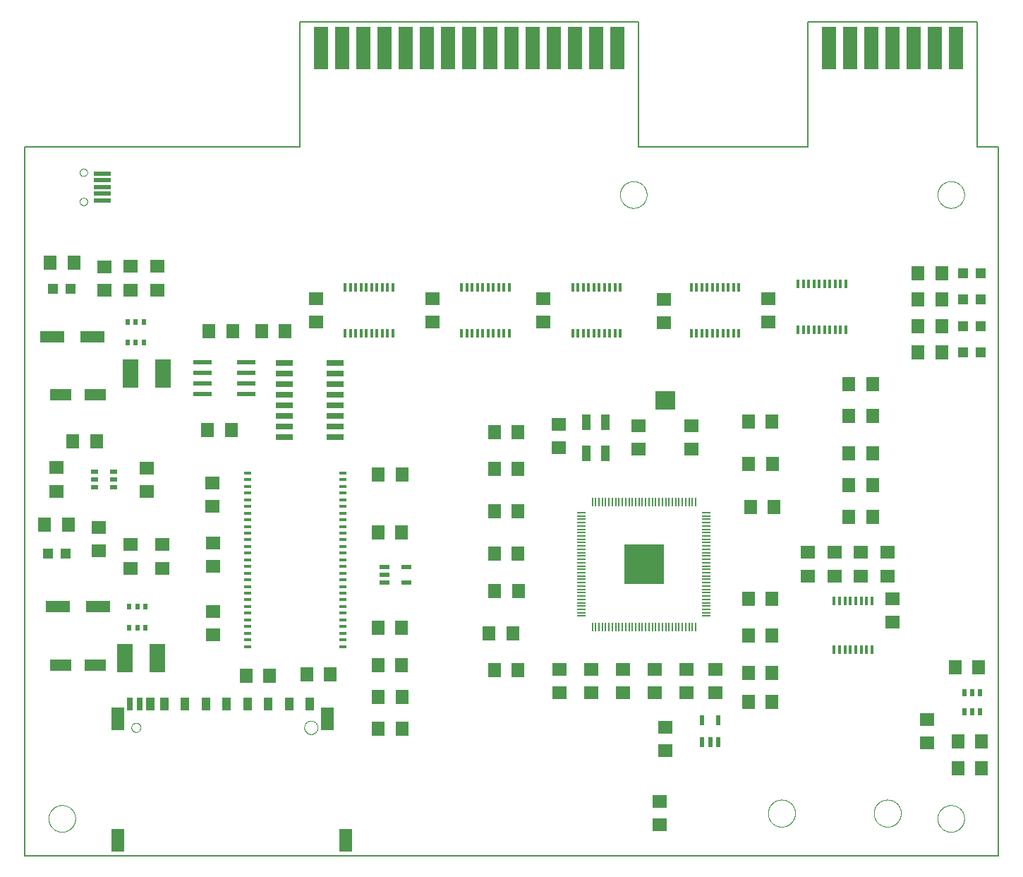
<source format=gtp>
G75*
%MOIN*%
%OFA0B0*%
%FSLAX25Y25*%
%IPPOS*%
%LPD*%
%AMOC8*
5,1,8,0,0,1.08239X$1,22.5*
%
%ADD10C,0.00500*%
%ADD11R,0.01575X0.03937*%
%ADD12R,0.07000X0.20000*%
%ADD13R,0.07087X0.06299*%
%ADD14R,0.18898X0.18898*%
%ADD15R,0.03937X0.00709*%
%ADD16R,0.00709X0.03937*%
%ADD17R,0.06299X0.07087*%
%ADD18R,0.06299X0.07098*%
%ADD19R,0.04331X0.07480*%
%ADD20R,0.02165X0.04724*%
%ADD21R,0.07098X0.06299*%
%ADD22R,0.02500X0.05000*%
%ADD23R,0.09600X0.09000*%
%ADD24R,0.02362X0.03150*%
%ADD25R,0.10236X0.05512*%
%ADD26R,0.07480X0.13386*%
%ADD27R,0.11811X0.05512*%
%ADD28R,0.04724X0.04724*%
%ADD29R,0.03543X0.02362*%
%ADD30R,0.03543X0.01575*%
%ADD31R,0.04724X0.02165*%
%ADD32R,0.08000X0.02600*%
%ADD33R,0.08661X0.02362*%
%ADD34R,0.02362X0.03543*%
%ADD35C,0.00000*%
%ADD36R,0.01200X0.03900*%
%ADD37R,0.07874X0.01969*%
%ADD38R,0.02756X0.05906*%
%ADD39R,0.03937X0.05906*%
%ADD40R,0.05906X0.11024*%
D10*
X0005154Y0017914D02*
X0005154Y0352560D01*
X0135154Y0352560D01*
X0135154Y0411615D01*
X0295154Y0411615D01*
X0295154Y0352560D01*
X0375154Y0352560D01*
X0375154Y0411615D01*
X0455154Y0411615D01*
X0455154Y0352560D01*
X0465154Y0352560D01*
X0465154Y0017914D01*
X0005154Y0017914D01*
D11*
X0156402Y0264587D03*
X0158902Y0264587D03*
X0161402Y0264587D03*
X0163902Y0264587D03*
X0166402Y0264587D03*
X0168906Y0264587D03*
X0171406Y0264587D03*
X0173906Y0264587D03*
X0176406Y0264587D03*
X0178906Y0264587D03*
X0178906Y0286241D03*
X0176406Y0286241D03*
X0173906Y0286241D03*
X0171406Y0286241D03*
X0168906Y0286241D03*
X0166402Y0286241D03*
X0163902Y0286241D03*
X0161402Y0286241D03*
X0158902Y0286241D03*
X0156402Y0286241D03*
X0211402Y0286241D03*
X0213902Y0286241D03*
X0216402Y0286241D03*
X0218902Y0286241D03*
X0221402Y0286241D03*
X0223906Y0286241D03*
X0226406Y0286241D03*
X0228906Y0286241D03*
X0231406Y0286241D03*
X0233906Y0286241D03*
X0233906Y0264587D03*
X0231406Y0264587D03*
X0228906Y0264587D03*
X0226406Y0264587D03*
X0223906Y0264587D03*
X0221402Y0264587D03*
X0218902Y0264587D03*
X0216402Y0264587D03*
X0213902Y0264587D03*
X0211402Y0264587D03*
X0263902Y0264587D03*
X0266402Y0264587D03*
X0268902Y0264587D03*
X0271402Y0264587D03*
X0273902Y0264587D03*
X0276406Y0264587D03*
X0278906Y0264587D03*
X0281406Y0264587D03*
X0283906Y0264587D03*
X0286406Y0264587D03*
X0286406Y0286241D03*
X0283906Y0286241D03*
X0281406Y0286241D03*
X0278906Y0286241D03*
X0276406Y0286241D03*
X0273902Y0286241D03*
X0271402Y0286241D03*
X0268902Y0286241D03*
X0266402Y0286241D03*
X0263902Y0286241D03*
X0319902Y0285991D03*
X0322402Y0285991D03*
X0324902Y0285991D03*
X0327402Y0285991D03*
X0329902Y0285991D03*
X0332406Y0285991D03*
X0334906Y0285991D03*
X0337406Y0285991D03*
X0339906Y0285991D03*
X0342406Y0285991D03*
X0342406Y0264337D03*
X0339906Y0264337D03*
X0337406Y0264337D03*
X0334906Y0264337D03*
X0332406Y0264337D03*
X0329902Y0264337D03*
X0327402Y0264337D03*
X0324902Y0264337D03*
X0322402Y0264337D03*
X0319902Y0264337D03*
X0370402Y0266087D03*
X0372902Y0266087D03*
X0375402Y0266087D03*
X0377902Y0266087D03*
X0380402Y0266087D03*
X0382906Y0266087D03*
X0385406Y0266087D03*
X0387906Y0266087D03*
X0390406Y0266087D03*
X0392906Y0266087D03*
X0392906Y0287741D03*
X0390406Y0287741D03*
X0387906Y0287741D03*
X0385406Y0287741D03*
X0382906Y0287741D03*
X0380402Y0287741D03*
X0377902Y0287741D03*
X0375402Y0287741D03*
X0372902Y0287741D03*
X0370402Y0287741D03*
D12*
X0385075Y0399193D03*
X0395075Y0399193D03*
X0405075Y0399193D03*
X0415075Y0399193D03*
X0425075Y0399193D03*
X0435075Y0399193D03*
X0445075Y0399193D03*
X0285075Y0399193D03*
X0275075Y0399193D03*
X0265075Y0399193D03*
X0255075Y0399193D03*
X0245075Y0399193D03*
X0235075Y0399193D03*
X0225075Y0399193D03*
X0215075Y0399193D03*
X0205075Y0399193D03*
X0195075Y0399193D03*
X0185075Y0399193D03*
X0175075Y0399193D03*
X0165075Y0399193D03*
X0155075Y0399193D03*
X0145075Y0399193D03*
D13*
X0042654Y0295926D03*
X0042654Y0284902D03*
X0062654Y0200926D03*
X0062654Y0189902D03*
X0040154Y0172801D03*
X0040154Y0161777D03*
X0094154Y0165551D03*
X0094154Y0154527D03*
X0094154Y0133051D03*
X0094154Y0122027D03*
X0257654Y0105926D03*
X0257654Y0094902D03*
X0272654Y0094902D03*
X0272654Y0105926D03*
X0287654Y0105926D03*
X0287654Y0094902D03*
X0302654Y0094902D03*
X0302654Y0105926D03*
X0317654Y0105926D03*
X0317654Y0094902D03*
X0331404Y0094902D03*
X0331404Y0105926D03*
X0305154Y0043426D03*
X0305154Y0032402D03*
X0414904Y0128152D03*
X0414904Y0139176D03*
X0320154Y0209902D03*
X0320154Y0220926D03*
X0295154Y0220926D03*
X0295154Y0209902D03*
X0257529Y0210402D03*
X0257529Y0221426D03*
X0250154Y0269902D03*
X0250154Y0280926D03*
X0197654Y0280926D03*
X0197654Y0269902D03*
X0142654Y0269902D03*
X0142654Y0280926D03*
X0307154Y0280426D03*
X0307154Y0269402D03*
X0356404Y0269902D03*
X0356404Y0280926D03*
D14*
X0297654Y0155414D03*
D15*
X0327181Y0156201D03*
X0327181Y0154626D03*
X0327181Y0153052D03*
X0327181Y0151477D03*
X0327181Y0149902D03*
X0327181Y0148327D03*
X0327181Y0146752D03*
X0327181Y0145178D03*
X0327181Y0143603D03*
X0327181Y0142028D03*
X0327181Y0140453D03*
X0327181Y0138878D03*
X0327181Y0137304D03*
X0327181Y0135729D03*
X0327181Y0134154D03*
X0327181Y0132579D03*
X0327181Y0131004D03*
X0327181Y0157776D03*
X0327181Y0159351D03*
X0327181Y0160926D03*
X0327181Y0162500D03*
X0327181Y0164075D03*
X0327181Y0165650D03*
X0327181Y0167225D03*
X0327181Y0168800D03*
X0327181Y0170375D03*
X0327181Y0171949D03*
X0327181Y0173524D03*
X0327181Y0175099D03*
X0327181Y0176674D03*
X0327181Y0178249D03*
X0327181Y0179823D03*
X0268126Y0179823D03*
X0268126Y0178249D03*
X0268126Y0176674D03*
X0268126Y0175099D03*
X0268126Y0173524D03*
X0268126Y0171949D03*
X0268126Y0170375D03*
X0268126Y0168800D03*
X0268126Y0167225D03*
X0268126Y0165650D03*
X0268126Y0164075D03*
X0268126Y0162500D03*
X0268126Y0160926D03*
X0268126Y0159351D03*
X0268126Y0157776D03*
X0268126Y0156201D03*
X0268126Y0154626D03*
X0268126Y0153052D03*
X0268126Y0151477D03*
X0268126Y0149902D03*
X0268126Y0148327D03*
X0268126Y0146752D03*
X0268126Y0145178D03*
X0268126Y0143603D03*
X0268126Y0142028D03*
X0268126Y0140453D03*
X0268126Y0138878D03*
X0268126Y0137304D03*
X0268126Y0135729D03*
X0268126Y0134154D03*
X0268126Y0132579D03*
X0268126Y0131004D03*
D16*
X0273244Y0125886D03*
X0274819Y0125886D03*
X0276394Y0125886D03*
X0277969Y0125886D03*
X0279544Y0125886D03*
X0281118Y0125886D03*
X0282693Y0125886D03*
X0284268Y0125886D03*
X0285843Y0125886D03*
X0287418Y0125886D03*
X0288992Y0125886D03*
X0290567Y0125886D03*
X0292142Y0125886D03*
X0293717Y0125886D03*
X0295292Y0125886D03*
X0296866Y0125886D03*
X0298441Y0125886D03*
X0300016Y0125886D03*
X0301591Y0125886D03*
X0303166Y0125886D03*
X0304740Y0125886D03*
X0306315Y0125886D03*
X0307890Y0125886D03*
X0309465Y0125886D03*
X0311040Y0125886D03*
X0312614Y0125886D03*
X0314189Y0125886D03*
X0315764Y0125886D03*
X0317339Y0125886D03*
X0318914Y0125886D03*
X0320488Y0125886D03*
X0322063Y0125886D03*
X0322063Y0184941D03*
X0320488Y0184941D03*
X0318914Y0184941D03*
X0317339Y0184941D03*
X0315764Y0184941D03*
X0314189Y0184941D03*
X0312614Y0184941D03*
X0311040Y0184941D03*
X0309465Y0184941D03*
X0307890Y0184941D03*
X0306315Y0184941D03*
X0304740Y0184941D03*
X0303166Y0184941D03*
X0301591Y0184941D03*
X0300016Y0184941D03*
X0298441Y0184941D03*
X0296866Y0184941D03*
X0295292Y0184941D03*
X0293717Y0184941D03*
X0292142Y0184941D03*
X0290567Y0184941D03*
X0288992Y0184941D03*
X0287418Y0184941D03*
X0285843Y0184941D03*
X0284268Y0184941D03*
X0282693Y0184941D03*
X0281118Y0184941D03*
X0279544Y0184941D03*
X0277969Y0184941D03*
X0276394Y0184941D03*
X0274819Y0184941D03*
X0273244Y0184941D03*
D17*
X0238166Y0180414D03*
X0227142Y0180414D03*
X0227142Y0200414D03*
X0238166Y0200414D03*
X0238166Y0217914D03*
X0227142Y0217914D03*
X0183166Y0170414D03*
X0172142Y0170414D03*
X0172142Y0125414D03*
X0183166Y0125414D03*
X0183166Y0107914D03*
X0172142Y0107914D03*
X0120666Y0102914D03*
X0109642Y0102914D03*
X0227142Y0105414D03*
X0238166Y0105414D03*
X0238166Y0160414D03*
X0227142Y0160414D03*
X0347142Y0139164D03*
X0358166Y0139164D03*
X0358166Y0121664D03*
X0347142Y0121664D03*
X0347142Y0104164D03*
X0358166Y0104164D03*
X0358166Y0090414D03*
X0347142Y0090414D03*
X0444642Y0106664D03*
X0455666Y0106664D03*
X0456916Y0071664D03*
X0445892Y0071664D03*
X0445892Y0059164D03*
X0456916Y0059164D03*
X0358916Y0182414D03*
X0347892Y0182414D03*
X0347142Y0222914D03*
X0358166Y0222914D03*
X0128166Y0265414D03*
X0117142Y0265414D03*
X0038909Y0213367D03*
X0027885Y0213367D03*
D18*
X0025752Y0174164D03*
X0014555Y0174164D03*
X0091555Y0218914D03*
X0102752Y0218914D03*
X0103252Y0265414D03*
X0092055Y0265414D03*
X0028252Y0297914D03*
X0017055Y0297914D03*
X0172055Y0197914D03*
X0183252Y0197914D03*
X0227055Y0142914D03*
X0238252Y0142914D03*
X0235752Y0122914D03*
X0224555Y0122914D03*
X0183252Y0092914D03*
X0172055Y0092914D03*
X0172055Y0077914D03*
X0183252Y0077914D03*
X0149502Y0103539D03*
X0138305Y0103539D03*
X0347055Y0202914D03*
X0358252Y0202914D03*
X0394555Y0207914D03*
X0405752Y0207914D03*
X0405752Y0192914D03*
X0394555Y0192914D03*
X0394555Y0177914D03*
X0405752Y0177914D03*
X0405752Y0225414D03*
X0394555Y0225414D03*
X0394555Y0240414D03*
X0405752Y0240414D03*
X0427055Y0255414D03*
X0438252Y0255414D03*
X0438252Y0267914D03*
X0427055Y0267914D03*
X0427055Y0280414D03*
X0438252Y0280414D03*
X0438252Y0292914D03*
X0427055Y0292914D03*
D19*
X0279431Y0222447D03*
X0270376Y0222447D03*
X0270376Y0207880D03*
X0279431Y0207880D03*
D20*
X0325164Y0081782D03*
X0332644Y0081782D03*
X0332644Y0071545D03*
X0328904Y0071545D03*
X0325164Y0071545D03*
D21*
X0307654Y0067315D03*
X0307654Y0078512D03*
X0375154Y0149815D03*
X0375154Y0161012D03*
X0387654Y0161012D03*
X0387654Y0149815D03*
X0400154Y0149815D03*
X0400154Y0161012D03*
X0412654Y0161012D03*
X0412654Y0149815D03*
X0431404Y0082262D03*
X0431404Y0071065D03*
X0093654Y0182690D03*
X0093654Y0193887D03*
X0070154Y0164762D03*
X0070154Y0153565D03*
X0055154Y0153565D03*
X0055154Y0164762D03*
X0020154Y0189815D03*
X0020154Y0201012D03*
X0055154Y0284815D03*
X0055154Y0296012D03*
X0067654Y0296012D03*
X0067654Y0284815D03*
D22*
X0305882Y0232914D03*
X0309425Y0232914D03*
D23*
X0307654Y0232914D03*
D24*
X0062019Y0135335D03*
X0058279Y0135335D03*
X0054539Y0135335D03*
X0054539Y0125493D03*
X0058279Y0125493D03*
X0062019Y0125493D03*
X0061258Y0259977D03*
X0057518Y0259977D03*
X0053778Y0259977D03*
X0053778Y0269819D03*
X0057518Y0269819D03*
X0061258Y0269819D03*
D25*
X0038225Y0235414D03*
X0022083Y0235414D03*
X0022083Y0107914D03*
X0038225Y0107914D03*
D26*
X0052477Y0111039D03*
X0067831Y0111039D03*
X0070331Y0245414D03*
X0054977Y0245414D03*
D27*
X0037103Y0262914D03*
X0018205Y0262914D03*
X0020705Y0135414D03*
X0039603Y0135414D03*
D28*
X0024288Y0160414D03*
X0016020Y0160414D03*
X0018520Y0285414D03*
X0026788Y0285414D03*
X0448520Y0280414D03*
X0456788Y0280414D03*
X0456788Y0292914D03*
X0448520Y0292914D03*
X0448520Y0267914D03*
X0456788Y0267914D03*
X0456788Y0255414D03*
X0448520Y0255414D03*
D29*
X0047181Y0199154D03*
X0047181Y0195414D03*
X0047181Y0191674D03*
X0038126Y0191674D03*
X0038126Y0195414D03*
X0038126Y0199154D03*
D30*
X0110542Y0198484D03*
X0110542Y0195334D03*
X0110542Y0192185D03*
X0110542Y0189035D03*
X0110542Y0185885D03*
X0110542Y0182736D03*
X0110542Y0179586D03*
X0110542Y0176437D03*
X0110542Y0173287D03*
X0110542Y0170137D03*
X0110542Y0166988D03*
X0110542Y0163838D03*
X0110542Y0160688D03*
X0110542Y0157539D03*
X0110542Y0154389D03*
X0110542Y0151240D03*
X0110542Y0148090D03*
X0110542Y0144940D03*
X0110542Y0141791D03*
X0110542Y0138641D03*
X0110542Y0135492D03*
X0110542Y0132342D03*
X0110542Y0129192D03*
X0110542Y0126043D03*
X0110542Y0122893D03*
X0110542Y0119744D03*
X0110542Y0116594D03*
X0155266Y0116594D03*
X0155266Y0119744D03*
X0155266Y0122893D03*
X0155266Y0126043D03*
X0155266Y0129192D03*
X0155266Y0132342D03*
X0155266Y0135492D03*
X0155266Y0138641D03*
X0155266Y0141791D03*
X0155266Y0144940D03*
X0155266Y0148090D03*
X0155266Y0151240D03*
X0155266Y0154389D03*
X0155266Y0157539D03*
X0155266Y0160688D03*
X0155266Y0163838D03*
X0155266Y0166988D03*
X0155266Y0170137D03*
X0155266Y0173287D03*
X0155266Y0176437D03*
X0155266Y0179586D03*
X0155266Y0182736D03*
X0155266Y0185885D03*
X0155266Y0189035D03*
X0155266Y0192185D03*
X0155266Y0195334D03*
X0155266Y0198484D03*
D31*
X0175035Y0154154D03*
X0175035Y0150414D03*
X0175035Y0146674D03*
X0185272Y0146674D03*
X0185272Y0154154D03*
D32*
X0151879Y0215539D03*
X0151879Y0220539D03*
X0151879Y0225539D03*
X0151879Y0230539D03*
X0151879Y0235539D03*
X0151879Y0240539D03*
X0151879Y0245539D03*
X0151879Y0250539D03*
X0127679Y0250539D03*
X0127679Y0245539D03*
X0127679Y0240539D03*
X0127679Y0235539D03*
X0127679Y0230539D03*
X0127679Y0225539D03*
X0127679Y0220539D03*
X0127679Y0215539D03*
D33*
X0109640Y0235914D03*
X0109640Y0240914D03*
X0109640Y0245914D03*
X0109640Y0250914D03*
X0089168Y0250914D03*
X0089168Y0245914D03*
X0089168Y0240914D03*
X0089168Y0235914D03*
D34*
X0448914Y0094941D03*
X0452654Y0094941D03*
X0456394Y0094941D03*
X0456394Y0085886D03*
X0452654Y0085886D03*
X0448914Y0085886D03*
D35*
X0406254Y0037914D02*
X0406256Y0038074D01*
X0406262Y0038233D01*
X0406272Y0038392D01*
X0406286Y0038551D01*
X0406304Y0038710D01*
X0406325Y0038868D01*
X0406351Y0039025D01*
X0406381Y0039182D01*
X0406414Y0039338D01*
X0406452Y0039493D01*
X0406493Y0039647D01*
X0406538Y0039800D01*
X0406587Y0039952D01*
X0406640Y0040103D01*
X0406696Y0040252D01*
X0406757Y0040400D01*
X0406820Y0040546D01*
X0406888Y0040691D01*
X0406959Y0040834D01*
X0407033Y0040975D01*
X0407111Y0041114D01*
X0407193Y0041251D01*
X0407278Y0041386D01*
X0407366Y0041519D01*
X0407458Y0041650D01*
X0407552Y0041778D01*
X0407650Y0041904D01*
X0407751Y0042028D01*
X0407855Y0042149D01*
X0407962Y0042267D01*
X0408072Y0042383D01*
X0408185Y0042496D01*
X0408301Y0042606D01*
X0408419Y0042713D01*
X0408540Y0042817D01*
X0408664Y0042918D01*
X0408790Y0043016D01*
X0408918Y0043110D01*
X0409049Y0043202D01*
X0409182Y0043290D01*
X0409317Y0043375D01*
X0409454Y0043457D01*
X0409593Y0043535D01*
X0409734Y0043609D01*
X0409877Y0043680D01*
X0410022Y0043748D01*
X0410168Y0043811D01*
X0410316Y0043872D01*
X0410465Y0043928D01*
X0410616Y0043981D01*
X0410768Y0044030D01*
X0410921Y0044075D01*
X0411075Y0044116D01*
X0411230Y0044154D01*
X0411386Y0044187D01*
X0411543Y0044217D01*
X0411700Y0044243D01*
X0411858Y0044264D01*
X0412017Y0044282D01*
X0412176Y0044296D01*
X0412335Y0044306D01*
X0412494Y0044312D01*
X0412654Y0044314D01*
X0412814Y0044312D01*
X0412973Y0044306D01*
X0413132Y0044296D01*
X0413291Y0044282D01*
X0413450Y0044264D01*
X0413608Y0044243D01*
X0413765Y0044217D01*
X0413922Y0044187D01*
X0414078Y0044154D01*
X0414233Y0044116D01*
X0414387Y0044075D01*
X0414540Y0044030D01*
X0414692Y0043981D01*
X0414843Y0043928D01*
X0414992Y0043872D01*
X0415140Y0043811D01*
X0415286Y0043748D01*
X0415431Y0043680D01*
X0415574Y0043609D01*
X0415715Y0043535D01*
X0415854Y0043457D01*
X0415991Y0043375D01*
X0416126Y0043290D01*
X0416259Y0043202D01*
X0416390Y0043110D01*
X0416518Y0043016D01*
X0416644Y0042918D01*
X0416768Y0042817D01*
X0416889Y0042713D01*
X0417007Y0042606D01*
X0417123Y0042496D01*
X0417236Y0042383D01*
X0417346Y0042267D01*
X0417453Y0042149D01*
X0417557Y0042028D01*
X0417658Y0041904D01*
X0417756Y0041778D01*
X0417850Y0041650D01*
X0417942Y0041519D01*
X0418030Y0041386D01*
X0418115Y0041251D01*
X0418197Y0041114D01*
X0418275Y0040975D01*
X0418349Y0040834D01*
X0418420Y0040691D01*
X0418488Y0040546D01*
X0418551Y0040400D01*
X0418612Y0040252D01*
X0418668Y0040103D01*
X0418721Y0039952D01*
X0418770Y0039800D01*
X0418815Y0039647D01*
X0418856Y0039493D01*
X0418894Y0039338D01*
X0418927Y0039182D01*
X0418957Y0039025D01*
X0418983Y0038868D01*
X0419004Y0038710D01*
X0419022Y0038551D01*
X0419036Y0038392D01*
X0419046Y0038233D01*
X0419052Y0038074D01*
X0419054Y0037914D01*
X0419052Y0037754D01*
X0419046Y0037595D01*
X0419036Y0037436D01*
X0419022Y0037277D01*
X0419004Y0037118D01*
X0418983Y0036960D01*
X0418957Y0036803D01*
X0418927Y0036646D01*
X0418894Y0036490D01*
X0418856Y0036335D01*
X0418815Y0036181D01*
X0418770Y0036028D01*
X0418721Y0035876D01*
X0418668Y0035725D01*
X0418612Y0035576D01*
X0418551Y0035428D01*
X0418488Y0035282D01*
X0418420Y0035137D01*
X0418349Y0034994D01*
X0418275Y0034853D01*
X0418197Y0034714D01*
X0418115Y0034577D01*
X0418030Y0034442D01*
X0417942Y0034309D01*
X0417850Y0034178D01*
X0417756Y0034050D01*
X0417658Y0033924D01*
X0417557Y0033800D01*
X0417453Y0033679D01*
X0417346Y0033561D01*
X0417236Y0033445D01*
X0417123Y0033332D01*
X0417007Y0033222D01*
X0416889Y0033115D01*
X0416768Y0033011D01*
X0416644Y0032910D01*
X0416518Y0032812D01*
X0416390Y0032718D01*
X0416259Y0032626D01*
X0416126Y0032538D01*
X0415991Y0032453D01*
X0415854Y0032371D01*
X0415715Y0032293D01*
X0415574Y0032219D01*
X0415431Y0032148D01*
X0415286Y0032080D01*
X0415140Y0032017D01*
X0414992Y0031956D01*
X0414843Y0031900D01*
X0414692Y0031847D01*
X0414540Y0031798D01*
X0414387Y0031753D01*
X0414233Y0031712D01*
X0414078Y0031674D01*
X0413922Y0031641D01*
X0413765Y0031611D01*
X0413608Y0031585D01*
X0413450Y0031564D01*
X0413291Y0031546D01*
X0413132Y0031532D01*
X0412973Y0031522D01*
X0412814Y0031516D01*
X0412654Y0031514D01*
X0412494Y0031516D01*
X0412335Y0031522D01*
X0412176Y0031532D01*
X0412017Y0031546D01*
X0411858Y0031564D01*
X0411700Y0031585D01*
X0411543Y0031611D01*
X0411386Y0031641D01*
X0411230Y0031674D01*
X0411075Y0031712D01*
X0410921Y0031753D01*
X0410768Y0031798D01*
X0410616Y0031847D01*
X0410465Y0031900D01*
X0410316Y0031956D01*
X0410168Y0032017D01*
X0410022Y0032080D01*
X0409877Y0032148D01*
X0409734Y0032219D01*
X0409593Y0032293D01*
X0409454Y0032371D01*
X0409317Y0032453D01*
X0409182Y0032538D01*
X0409049Y0032626D01*
X0408918Y0032718D01*
X0408790Y0032812D01*
X0408664Y0032910D01*
X0408540Y0033011D01*
X0408419Y0033115D01*
X0408301Y0033222D01*
X0408185Y0033332D01*
X0408072Y0033445D01*
X0407962Y0033561D01*
X0407855Y0033679D01*
X0407751Y0033800D01*
X0407650Y0033924D01*
X0407552Y0034050D01*
X0407458Y0034178D01*
X0407366Y0034309D01*
X0407278Y0034442D01*
X0407193Y0034577D01*
X0407111Y0034714D01*
X0407033Y0034853D01*
X0406959Y0034994D01*
X0406888Y0035137D01*
X0406820Y0035282D01*
X0406757Y0035428D01*
X0406696Y0035576D01*
X0406640Y0035725D01*
X0406587Y0035876D01*
X0406538Y0036028D01*
X0406493Y0036181D01*
X0406452Y0036335D01*
X0406414Y0036490D01*
X0406381Y0036646D01*
X0406351Y0036803D01*
X0406325Y0036960D01*
X0406304Y0037118D01*
X0406286Y0037277D01*
X0406272Y0037436D01*
X0406262Y0037595D01*
X0406256Y0037754D01*
X0406254Y0037914D01*
X0436355Y0035414D02*
X0436357Y0035572D01*
X0436363Y0035730D01*
X0436373Y0035888D01*
X0436387Y0036046D01*
X0436405Y0036203D01*
X0436426Y0036360D01*
X0436452Y0036516D01*
X0436482Y0036672D01*
X0436515Y0036827D01*
X0436553Y0036980D01*
X0436594Y0037133D01*
X0436639Y0037285D01*
X0436688Y0037436D01*
X0436741Y0037585D01*
X0436797Y0037733D01*
X0436857Y0037879D01*
X0436921Y0038024D01*
X0436989Y0038167D01*
X0437060Y0038309D01*
X0437134Y0038449D01*
X0437212Y0038586D01*
X0437294Y0038722D01*
X0437378Y0038856D01*
X0437467Y0038987D01*
X0437558Y0039116D01*
X0437653Y0039243D01*
X0437750Y0039368D01*
X0437851Y0039490D01*
X0437955Y0039609D01*
X0438062Y0039726D01*
X0438172Y0039840D01*
X0438285Y0039951D01*
X0438400Y0040060D01*
X0438518Y0040165D01*
X0438639Y0040267D01*
X0438762Y0040367D01*
X0438888Y0040463D01*
X0439016Y0040556D01*
X0439146Y0040646D01*
X0439279Y0040732D01*
X0439414Y0040816D01*
X0439550Y0040895D01*
X0439689Y0040972D01*
X0439830Y0041044D01*
X0439972Y0041114D01*
X0440116Y0041179D01*
X0440262Y0041241D01*
X0440409Y0041299D01*
X0440558Y0041354D01*
X0440708Y0041405D01*
X0440859Y0041452D01*
X0441011Y0041495D01*
X0441164Y0041534D01*
X0441319Y0041570D01*
X0441474Y0041601D01*
X0441630Y0041629D01*
X0441786Y0041653D01*
X0441943Y0041673D01*
X0442101Y0041689D01*
X0442258Y0041701D01*
X0442417Y0041709D01*
X0442575Y0041713D01*
X0442733Y0041713D01*
X0442891Y0041709D01*
X0443050Y0041701D01*
X0443207Y0041689D01*
X0443365Y0041673D01*
X0443522Y0041653D01*
X0443678Y0041629D01*
X0443834Y0041601D01*
X0443989Y0041570D01*
X0444144Y0041534D01*
X0444297Y0041495D01*
X0444449Y0041452D01*
X0444600Y0041405D01*
X0444750Y0041354D01*
X0444899Y0041299D01*
X0445046Y0041241D01*
X0445192Y0041179D01*
X0445336Y0041114D01*
X0445478Y0041044D01*
X0445619Y0040972D01*
X0445758Y0040895D01*
X0445894Y0040816D01*
X0446029Y0040732D01*
X0446162Y0040646D01*
X0446292Y0040556D01*
X0446420Y0040463D01*
X0446546Y0040367D01*
X0446669Y0040267D01*
X0446790Y0040165D01*
X0446908Y0040060D01*
X0447023Y0039951D01*
X0447136Y0039840D01*
X0447246Y0039726D01*
X0447353Y0039609D01*
X0447457Y0039490D01*
X0447558Y0039368D01*
X0447655Y0039243D01*
X0447750Y0039116D01*
X0447841Y0038987D01*
X0447930Y0038856D01*
X0448014Y0038722D01*
X0448096Y0038586D01*
X0448174Y0038449D01*
X0448248Y0038309D01*
X0448319Y0038167D01*
X0448387Y0038024D01*
X0448451Y0037879D01*
X0448511Y0037733D01*
X0448567Y0037585D01*
X0448620Y0037436D01*
X0448669Y0037285D01*
X0448714Y0037133D01*
X0448755Y0036980D01*
X0448793Y0036827D01*
X0448826Y0036672D01*
X0448856Y0036516D01*
X0448882Y0036360D01*
X0448903Y0036203D01*
X0448921Y0036046D01*
X0448935Y0035888D01*
X0448945Y0035730D01*
X0448951Y0035572D01*
X0448953Y0035414D01*
X0448951Y0035256D01*
X0448945Y0035098D01*
X0448935Y0034940D01*
X0448921Y0034782D01*
X0448903Y0034625D01*
X0448882Y0034468D01*
X0448856Y0034312D01*
X0448826Y0034156D01*
X0448793Y0034001D01*
X0448755Y0033848D01*
X0448714Y0033695D01*
X0448669Y0033543D01*
X0448620Y0033392D01*
X0448567Y0033243D01*
X0448511Y0033095D01*
X0448451Y0032949D01*
X0448387Y0032804D01*
X0448319Y0032661D01*
X0448248Y0032519D01*
X0448174Y0032379D01*
X0448096Y0032242D01*
X0448014Y0032106D01*
X0447930Y0031972D01*
X0447841Y0031841D01*
X0447750Y0031712D01*
X0447655Y0031585D01*
X0447558Y0031460D01*
X0447457Y0031338D01*
X0447353Y0031219D01*
X0447246Y0031102D01*
X0447136Y0030988D01*
X0447023Y0030877D01*
X0446908Y0030768D01*
X0446790Y0030663D01*
X0446669Y0030561D01*
X0446546Y0030461D01*
X0446420Y0030365D01*
X0446292Y0030272D01*
X0446162Y0030182D01*
X0446029Y0030096D01*
X0445894Y0030012D01*
X0445758Y0029933D01*
X0445619Y0029856D01*
X0445478Y0029784D01*
X0445336Y0029714D01*
X0445192Y0029649D01*
X0445046Y0029587D01*
X0444899Y0029529D01*
X0444750Y0029474D01*
X0444600Y0029423D01*
X0444449Y0029376D01*
X0444297Y0029333D01*
X0444144Y0029294D01*
X0443989Y0029258D01*
X0443834Y0029227D01*
X0443678Y0029199D01*
X0443522Y0029175D01*
X0443365Y0029155D01*
X0443207Y0029139D01*
X0443050Y0029127D01*
X0442891Y0029119D01*
X0442733Y0029115D01*
X0442575Y0029115D01*
X0442417Y0029119D01*
X0442258Y0029127D01*
X0442101Y0029139D01*
X0441943Y0029155D01*
X0441786Y0029175D01*
X0441630Y0029199D01*
X0441474Y0029227D01*
X0441319Y0029258D01*
X0441164Y0029294D01*
X0441011Y0029333D01*
X0440859Y0029376D01*
X0440708Y0029423D01*
X0440558Y0029474D01*
X0440409Y0029529D01*
X0440262Y0029587D01*
X0440116Y0029649D01*
X0439972Y0029714D01*
X0439830Y0029784D01*
X0439689Y0029856D01*
X0439550Y0029933D01*
X0439414Y0030012D01*
X0439279Y0030096D01*
X0439146Y0030182D01*
X0439016Y0030272D01*
X0438888Y0030365D01*
X0438762Y0030461D01*
X0438639Y0030561D01*
X0438518Y0030663D01*
X0438400Y0030768D01*
X0438285Y0030877D01*
X0438172Y0030988D01*
X0438062Y0031102D01*
X0437955Y0031219D01*
X0437851Y0031338D01*
X0437750Y0031460D01*
X0437653Y0031585D01*
X0437558Y0031712D01*
X0437467Y0031841D01*
X0437378Y0031972D01*
X0437294Y0032106D01*
X0437212Y0032242D01*
X0437134Y0032379D01*
X0437060Y0032519D01*
X0436989Y0032661D01*
X0436921Y0032804D01*
X0436857Y0032949D01*
X0436797Y0033095D01*
X0436741Y0033243D01*
X0436688Y0033392D01*
X0436639Y0033543D01*
X0436594Y0033695D01*
X0436553Y0033848D01*
X0436515Y0034001D01*
X0436482Y0034156D01*
X0436452Y0034312D01*
X0436426Y0034468D01*
X0436405Y0034625D01*
X0436387Y0034782D01*
X0436373Y0034940D01*
X0436363Y0035098D01*
X0436357Y0035256D01*
X0436355Y0035414D01*
X0356254Y0037914D02*
X0356256Y0038074D01*
X0356262Y0038233D01*
X0356272Y0038392D01*
X0356286Y0038551D01*
X0356304Y0038710D01*
X0356325Y0038868D01*
X0356351Y0039025D01*
X0356381Y0039182D01*
X0356414Y0039338D01*
X0356452Y0039493D01*
X0356493Y0039647D01*
X0356538Y0039800D01*
X0356587Y0039952D01*
X0356640Y0040103D01*
X0356696Y0040252D01*
X0356757Y0040400D01*
X0356820Y0040546D01*
X0356888Y0040691D01*
X0356959Y0040834D01*
X0357033Y0040975D01*
X0357111Y0041114D01*
X0357193Y0041251D01*
X0357278Y0041386D01*
X0357366Y0041519D01*
X0357458Y0041650D01*
X0357552Y0041778D01*
X0357650Y0041904D01*
X0357751Y0042028D01*
X0357855Y0042149D01*
X0357962Y0042267D01*
X0358072Y0042383D01*
X0358185Y0042496D01*
X0358301Y0042606D01*
X0358419Y0042713D01*
X0358540Y0042817D01*
X0358664Y0042918D01*
X0358790Y0043016D01*
X0358918Y0043110D01*
X0359049Y0043202D01*
X0359182Y0043290D01*
X0359317Y0043375D01*
X0359454Y0043457D01*
X0359593Y0043535D01*
X0359734Y0043609D01*
X0359877Y0043680D01*
X0360022Y0043748D01*
X0360168Y0043811D01*
X0360316Y0043872D01*
X0360465Y0043928D01*
X0360616Y0043981D01*
X0360768Y0044030D01*
X0360921Y0044075D01*
X0361075Y0044116D01*
X0361230Y0044154D01*
X0361386Y0044187D01*
X0361543Y0044217D01*
X0361700Y0044243D01*
X0361858Y0044264D01*
X0362017Y0044282D01*
X0362176Y0044296D01*
X0362335Y0044306D01*
X0362494Y0044312D01*
X0362654Y0044314D01*
X0362814Y0044312D01*
X0362973Y0044306D01*
X0363132Y0044296D01*
X0363291Y0044282D01*
X0363450Y0044264D01*
X0363608Y0044243D01*
X0363765Y0044217D01*
X0363922Y0044187D01*
X0364078Y0044154D01*
X0364233Y0044116D01*
X0364387Y0044075D01*
X0364540Y0044030D01*
X0364692Y0043981D01*
X0364843Y0043928D01*
X0364992Y0043872D01*
X0365140Y0043811D01*
X0365286Y0043748D01*
X0365431Y0043680D01*
X0365574Y0043609D01*
X0365715Y0043535D01*
X0365854Y0043457D01*
X0365991Y0043375D01*
X0366126Y0043290D01*
X0366259Y0043202D01*
X0366390Y0043110D01*
X0366518Y0043016D01*
X0366644Y0042918D01*
X0366768Y0042817D01*
X0366889Y0042713D01*
X0367007Y0042606D01*
X0367123Y0042496D01*
X0367236Y0042383D01*
X0367346Y0042267D01*
X0367453Y0042149D01*
X0367557Y0042028D01*
X0367658Y0041904D01*
X0367756Y0041778D01*
X0367850Y0041650D01*
X0367942Y0041519D01*
X0368030Y0041386D01*
X0368115Y0041251D01*
X0368197Y0041114D01*
X0368275Y0040975D01*
X0368349Y0040834D01*
X0368420Y0040691D01*
X0368488Y0040546D01*
X0368551Y0040400D01*
X0368612Y0040252D01*
X0368668Y0040103D01*
X0368721Y0039952D01*
X0368770Y0039800D01*
X0368815Y0039647D01*
X0368856Y0039493D01*
X0368894Y0039338D01*
X0368927Y0039182D01*
X0368957Y0039025D01*
X0368983Y0038868D01*
X0369004Y0038710D01*
X0369022Y0038551D01*
X0369036Y0038392D01*
X0369046Y0038233D01*
X0369052Y0038074D01*
X0369054Y0037914D01*
X0369052Y0037754D01*
X0369046Y0037595D01*
X0369036Y0037436D01*
X0369022Y0037277D01*
X0369004Y0037118D01*
X0368983Y0036960D01*
X0368957Y0036803D01*
X0368927Y0036646D01*
X0368894Y0036490D01*
X0368856Y0036335D01*
X0368815Y0036181D01*
X0368770Y0036028D01*
X0368721Y0035876D01*
X0368668Y0035725D01*
X0368612Y0035576D01*
X0368551Y0035428D01*
X0368488Y0035282D01*
X0368420Y0035137D01*
X0368349Y0034994D01*
X0368275Y0034853D01*
X0368197Y0034714D01*
X0368115Y0034577D01*
X0368030Y0034442D01*
X0367942Y0034309D01*
X0367850Y0034178D01*
X0367756Y0034050D01*
X0367658Y0033924D01*
X0367557Y0033800D01*
X0367453Y0033679D01*
X0367346Y0033561D01*
X0367236Y0033445D01*
X0367123Y0033332D01*
X0367007Y0033222D01*
X0366889Y0033115D01*
X0366768Y0033011D01*
X0366644Y0032910D01*
X0366518Y0032812D01*
X0366390Y0032718D01*
X0366259Y0032626D01*
X0366126Y0032538D01*
X0365991Y0032453D01*
X0365854Y0032371D01*
X0365715Y0032293D01*
X0365574Y0032219D01*
X0365431Y0032148D01*
X0365286Y0032080D01*
X0365140Y0032017D01*
X0364992Y0031956D01*
X0364843Y0031900D01*
X0364692Y0031847D01*
X0364540Y0031798D01*
X0364387Y0031753D01*
X0364233Y0031712D01*
X0364078Y0031674D01*
X0363922Y0031641D01*
X0363765Y0031611D01*
X0363608Y0031585D01*
X0363450Y0031564D01*
X0363291Y0031546D01*
X0363132Y0031532D01*
X0362973Y0031522D01*
X0362814Y0031516D01*
X0362654Y0031514D01*
X0362494Y0031516D01*
X0362335Y0031522D01*
X0362176Y0031532D01*
X0362017Y0031546D01*
X0361858Y0031564D01*
X0361700Y0031585D01*
X0361543Y0031611D01*
X0361386Y0031641D01*
X0361230Y0031674D01*
X0361075Y0031712D01*
X0360921Y0031753D01*
X0360768Y0031798D01*
X0360616Y0031847D01*
X0360465Y0031900D01*
X0360316Y0031956D01*
X0360168Y0032017D01*
X0360022Y0032080D01*
X0359877Y0032148D01*
X0359734Y0032219D01*
X0359593Y0032293D01*
X0359454Y0032371D01*
X0359317Y0032453D01*
X0359182Y0032538D01*
X0359049Y0032626D01*
X0358918Y0032718D01*
X0358790Y0032812D01*
X0358664Y0032910D01*
X0358540Y0033011D01*
X0358419Y0033115D01*
X0358301Y0033222D01*
X0358185Y0033332D01*
X0358072Y0033445D01*
X0357962Y0033561D01*
X0357855Y0033679D01*
X0357751Y0033800D01*
X0357650Y0033924D01*
X0357552Y0034050D01*
X0357458Y0034178D01*
X0357366Y0034309D01*
X0357278Y0034442D01*
X0357193Y0034577D01*
X0357111Y0034714D01*
X0357033Y0034853D01*
X0356959Y0034994D01*
X0356888Y0035137D01*
X0356820Y0035282D01*
X0356757Y0035428D01*
X0356696Y0035576D01*
X0356640Y0035725D01*
X0356587Y0035876D01*
X0356538Y0036028D01*
X0356493Y0036181D01*
X0356452Y0036335D01*
X0356414Y0036490D01*
X0356381Y0036646D01*
X0356351Y0036803D01*
X0356325Y0036960D01*
X0356304Y0037118D01*
X0356286Y0037277D01*
X0356272Y0037436D01*
X0356262Y0037595D01*
X0356256Y0037754D01*
X0356254Y0037914D01*
X0137155Y0078390D02*
X0137157Y0078502D01*
X0137163Y0078613D01*
X0137173Y0078725D01*
X0137187Y0078836D01*
X0137204Y0078946D01*
X0137226Y0079056D01*
X0137252Y0079165D01*
X0137281Y0079273D01*
X0137314Y0079379D01*
X0137351Y0079485D01*
X0137392Y0079589D01*
X0137437Y0079692D01*
X0137485Y0079793D01*
X0137536Y0079892D01*
X0137591Y0079989D01*
X0137650Y0080084D01*
X0137711Y0080178D01*
X0137776Y0080269D01*
X0137845Y0080357D01*
X0137916Y0080443D01*
X0137990Y0080527D01*
X0138068Y0080607D01*
X0138148Y0080685D01*
X0138231Y0080761D01*
X0138316Y0080833D01*
X0138404Y0080902D01*
X0138494Y0080968D01*
X0138587Y0081030D01*
X0138682Y0081090D01*
X0138779Y0081146D01*
X0138877Y0081198D01*
X0138978Y0081247D01*
X0139080Y0081292D01*
X0139184Y0081334D01*
X0139289Y0081372D01*
X0139396Y0081406D01*
X0139503Y0081436D01*
X0139612Y0081463D01*
X0139721Y0081485D01*
X0139832Y0081504D01*
X0139942Y0081519D01*
X0140054Y0081530D01*
X0140165Y0081537D01*
X0140277Y0081540D01*
X0140389Y0081539D01*
X0140501Y0081534D01*
X0140612Y0081525D01*
X0140723Y0081512D01*
X0140834Y0081495D01*
X0140944Y0081475D01*
X0141053Y0081450D01*
X0141161Y0081422D01*
X0141268Y0081389D01*
X0141374Y0081353D01*
X0141478Y0081313D01*
X0141581Y0081270D01*
X0141683Y0081223D01*
X0141782Y0081172D01*
X0141880Y0081118D01*
X0141976Y0081060D01*
X0142070Y0080999D01*
X0142161Y0080935D01*
X0142250Y0080868D01*
X0142337Y0080797D01*
X0142421Y0080723D01*
X0142503Y0080647D01*
X0142581Y0080567D01*
X0142657Y0080485D01*
X0142730Y0080400D01*
X0142800Y0080313D01*
X0142866Y0080223D01*
X0142930Y0080131D01*
X0142990Y0080037D01*
X0143047Y0079941D01*
X0143100Y0079842D01*
X0143150Y0079742D01*
X0143196Y0079641D01*
X0143239Y0079537D01*
X0143278Y0079432D01*
X0143313Y0079326D01*
X0143344Y0079219D01*
X0143372Y0079110D01*
X0143395Y0079001D01*
X0143415Y0078891D01*
X0143431Y0078780D01*
X0143443Y0078669D01*
X0143451Y0078558D01*
X0143455Y0078446D01*
X0143455Y0078334D01*
X0143451Y0078222D01*
X0143443Y0078111D01*
X0143431Y0078000D01*
X0143415Y0077889D01*
X0143395Y0077779D01*
X0143372Y0077670D01*
X0143344Y0077561D01*
X0143313Y0077454D01*
X0143278Y0077348D01*
X0143239Y0077243D01*
X0143196Y0077139D01*
X0143150Y0077038D01*
X0143100Y0076938D01*
X0143047Y0076839D01*
X0142990Y0076743D01*
X0142930Y0076649D01*
X0142866Y0076557D01*
X0142800Y0076467D01*
X0142730Y0076380D01*
X0142657Y0076295D01*
X0142581Y0076213D01*
X0142503Y0076133D01*
X0142421Y0076057D01*
X0142337Y0075983D01*
X0142250Y0075912D01*
X0142161Y0075845D01*
X0142070Y0075781D01*
X0141976Y0075720D01*
X0141880Y0075662D01*
X0141782Y0075608D01*
X0141683Y0075557D01*
X0141581Y0075510D01*
X0141478Y0075467D01*
X0141374Y0075427D01*
X0141268Y0075391D01*
X0141161Y0075358D01*
X0141053Y0075330D01*
X0140944Y0075305D01*
X0140834Y0075285D01*
X0140723Y0075268D01*
X0140612Y0075255D01*
X0140501Y0075246D01*
X0140389Y0075241D01*
X0140277Y0075240D01*
X0140165Y0075243D01*
X0140054Y0075250D01*
X0139942Y0075261D01*
X0139832Y0075276D01*
X0139721Y0075295D01*
X0139612Y0075317D01*
X0139503Y0075344D01*
X0139396Y0075374D01*
X0139289Y0075408D01*
X0139184Y0075446D01*
X0139080Y0075488D01*
X0138978Y0075533D01*
X0138877Y0075582D01*
X0138779Y0075634D01*
X0138682Y0075690D01*
X0138587Y0075750D01*
X0138494Y0075812D01*
X0138404Y0075878D01*
X0138316Y0075947D01*
X0138231Y0076019D01*
X0138148Y0076095D01*
X0138068Y0076173D01*
X0137990Y0076253D01*
X0137916Y0076337D01*
X0137845Y0076423D01*
X0137776Y0076511D01*
X0137711Y0076602D01*
X0137650Y0076696D01*
X0137591Y0076791D01*
X0137536Y0076888D01*
X0137485Y0076987D01*
X0137437Y0077088D01*
X0137392Y0077191D01*
X0137351Y0077295D01*
X0137314Y0077401D01*
X0137281Y0077507D01*
X0137252Y0077615D01*
X0137226Y0077724D01*
X0137204Y0077834D01*
X0137187Y0077944D01*
X0137173Y0078055D01*
X0137163Y0078167D01*
X0137157Y0078278D01*
X0137155Y0078390D01*
X0055463Y0078390D02*
X0055465Y0078483D01*
X0055471Y0078575D01*
X0055481Y0078667D01*
X0055495Y0078758D01*
X0055512Y0078849D01*
X0055534Y0078939D01*
X0055559Y0079028D01*
X0055588Y0079116D01*
X0055621Y0079202D01*
X0055658Y0079287D01*
X0055698Y0079371D01*
X0055742Y0079452D01*
X0055789Y0079532D01*
X0055839Y0079610D01*
X0055893Y0079685D01*
X0055950Y0079758D01*
X0056010Y0079828D01*
X0056073Y0079896D01*
X0056139Y0079961D01*
X0056207Y0080023D01*
X0056278Y0080083D01*
X0056352Y0080139D01*
X0056428Y0080192D01*
X0056506Y0080241D01*
X0056586Y0080288D01*
X0056668Y0080330D01*
X0056752Y0080370D01*
X0056837Y0080405D01*
X0056924Y0080437D01*
X0057012Y0080466D01*
X0057101Y0080490D01*
X0057191Y0080511D01*
X0057282Y0080527D01*
X0057374Y0080540D01*
X0057466Y0080549D01*
X0057559Y0080554D01*
X0057651Y0080555D01*
X0057744Y0080552D01*
X0057836Y0080545D01*
X0057928Y0080534D01*
X0058019Y0080519D01*
X0058110Y0080501D01*
X0058200Y0080478D01*
X0058288Y0080452D01*
X0058376Y0080422D01*
X0058462Y0080388D01*
X0058546Y0080351D01*
X0058629Y0080309D01*
X0058710Y0080265D01*
X0058790Y0080217D01*
X0058867Y0080166D01*
X0058941Y0080111D01*
X0059014Y0080053D01*
X0059084Y0079993D01*
X0059151Y0079929D01*
X0059215Y0079863D01*
X0059277Y0079793D01*
X0059335Y0079722D01*
X0059390Y0079648D01*
X0059442Y0079571D01*
X0059491Y0079492D01*
X0059537Y0079412D01*
X0059579Y0079329D01*
X0059617Y0079245D01*
X0059652Y0079159D01*
X0059683Y0079072D01*
X0059710Y0078984D01*
X0059733Y0078894D01*
X0059753Y0078804D01*
X0059769Y0078713D01*
X0059781Y0078621D01*
X0059789Y0078529D01*
X0059793Y0078436D01*
X0059793Y0078344D01*
X0059789Y0078251D01*
X0059781Y0078159D01*
X0059769Y0078067D01*
X0059753Y0077976D01*
X0059733Y0077886D01*
X0059710Y0077796D01*
X0059683Y0077708D01*
X0059652Y0077621D01*
X0059617Y0077535D01*
X0059579Y0077451D01*
X0059537Y0077368D01*
X0059491Y0077288D01*
X0059442Y0077209D01*
X0059390Y0077132D01*
X0059335Y0077058D01*
X0059277Y0076987D01*
X0059215Y0076917D01*
X0059151Y0076851D01*
X0059084Y0076787D01*
X0059014Y0076727D01*
X0058941Y0076669D01*
X0058867Y0076614D01*
X0058790Y0076563D01*
X0058711Y0076515D01*
X0058629Y0076471D01*
X0058546Y0076429D01*
X0058462Y0076392D01*
X0058376Y0076358D01*
X0058288Y0076328D01*
X0058200Y0076302D01*
X0058110Y0076279D01*
X0058019Y0076261D01*
X0057928Y0076246D01*
X0057836Y0076235D01*
X0057744Y0076228D01*
X0057651Y0076225D01*
X0057559Y0076226D01*
X0057466Y0076231D01*
X0057374Y0076240D01*
X0057282Y0076253D01*
X0057191Y0076269D01*
X0057101Y0076290D01*
X0057012Y0076314D01*
X0056924Y0076343D01*
X0056837Y0076375D01*
X0056752Y0076410D01*
X0056668Y0076450D01*
X0056586Y0076492D01*
X0056506Y0076539D01*
X0056428Y0076588D01*
X0056352Y0076641D01*
X0056278Y0076697D01*
X0056207Y0076757D01*
X0056139Y0076819D01*
X0056073Y0076884D01*
X0056010Y0076952D01*
X0055950Y0077022D01*
X0055893Y0077095D01*
X0055839Y0077170D01*
X0055789Y0077248D01*
X0055742Y0077328D01*
X0055698Y0077409D01*
X0055658Y0077493D01*
X0055621Y0077578D01*
X0055588Y0077664D01*
X0055559Y0077752D01*
X0055534Y0077841D01*
X0055512Y0077931D01*
X0055495Y0078022D01*
X0055481Y0078113D01*
X0055471Y0078205D01*
X0055465Y0078297D01*
X0055463Y0078390D01*
X0016355Y0035414D02*
X0016357Y0035572D01*
X0016363Y0035730D01*
X0016373Y0035888D01*
X0016387Y0036046D01*
X0016405Y0036203D01*
X0016426Y0036360D01*
X0016452Y0036516D01*
X0016482Y0036672D01*
X0016515Y0036827D01*
X0016553Y0036980D01*
X0016594Y0037133D01*
X0016639Y0037285D01*
X0016688Y0037436D01*
X0016741Y0037585D01*
X0016797Y0037733D01*
X0016857Y0037879D01*
X0016921Y0038024D01*
X0016989Y0038167D01*
X0017060Y0038309D01*
X0017134Y0038449D01*
X0017212Y0038586D01*
X0017294Y0038722D01*
X0017378Y0038856D01*
X0017467Y0038987D01*
X0017558Y0039116D01*
X0017653Y0039243D01*
X0017750Y0039368D01*
X0017851Y0039490D01*
X0017955Y0039609D01*
X0018062Y0039726D01*
X0018172Y0039840D01*
X0018285Y0039951D01*
X0018400Y0040060D01*
X0018518Y0040165D01*
X0018639Y0040267D01*
X0018762Y0040367D01*
X0018888Y0040463D01*
X0019016Y0040556D01*
X0019146Y0040646D01*
X0019279Y0040732D01*
X0019414Y0040816D01*
X0019550Y0040895D01*
X0019689Y0040972D01*
X0019830Y0041044D01*
X0019972Y0041114D01*
X0020116Y0041179D01*
X0020262Y0041241D01*
X0020409Y0041299D01*
X0020558Y0041354D01*
X0020708Y0041405D01*
X0020859Y0041452D01*
X0021011Y0041495D01*
X0021164Y0041534D01*
X0021319Y0041570D01*
X0021474Y0041601D01*
X0021630Y0041629D01*
X0021786Y0041653D01*
X0021943Y0041673D01*
X0022101Y0041689D01*
X0022258Y0041701D01*
X0022417Y0041709D01*
X0022575Y0041713D01*
X0022733Y0041713D01*
X0022891Y0041709D01*
X0023050Y0041701D01*
X0023207Y0041689D01*
X0023365Y0041673D01*
X0023522Y0041653D01*
X0023678Y0041629D01*
X0023834Y0041601D01*
X0023989Y0041570D01*
X0024144Y0041534D01*
X0024297Y0041495D01*
X0024449Y0041452D01*
X0024600Y0041405D01*
X0024750Y0041354D01*
X0024899Y0041299D01*
X0025046Y0041241D01*
X0025192Y0041179D01*
X0025336Y0041114D01*
X0025478Y0041044D01*
X0025619Y0040972D01*
X0025758Y0040895D01*
X0025894Y0040816D01*
X0026029Y0040732D01*
X0026162Y0040646D01*
X0026292Y0040556D01*
X0026420Y0040463D01*
X0026546Y0040367D01*
X0026669Y0040267D01*
X0026790Y0040165D01*
X0026908Y0040060D01*
X0027023Y0039951D01*
X0027136Y0039840D01*
X0027246Y0039726D01*
X0027353Y0039609D01*
X0027457Y0039490D01*
X0027558Y0039368D01*
X0027655Y0039243D01*
X0027750Y0039116D01*
X0027841Y0038987D01*
X0027930Y0038856D01*
X0028014Y0038722D01*
X0028096Y0038586D01*
X0028174Y0038449D01*
X0028248Y0038309D01*
X0028319Y0038167D01*
X0028387Y0038024D01*
X0028451Y0037879D01*
X0028511Y0037733D01*
X0028567Y0037585D01*
X0028620Y0037436D01*
X0028669Y0037285D01*
X0028714Y0037133D01*
X0028755Y0036980D01*
X0028793Y0036827D01*
X0028826Y0036672D01*
X0028856Y0036516D01*
X0028882Y0036360D01*
X0028903Y0036203D01*
X0028921Y0036046D01*
X0028935Y0035888D01*
X0028945Y0035730D01*
X0028951Y0035572D01*
X0028953Y0035414D01*
X0028951Y0035256D01*
X0028945Y0035098D01*
X0028935Y0034940D01*
X0028921Y0034782D01*
X0028903Y0034625D01*
X0028882Y0034468D01*
X0028856Y0034312D01*
X0028826Y0034156D01*
X0028793Y0034001D01*
X0028755Y0033848D01*
X0028714Y0033695D01*
X0028669Y0033543D01*
X0028620Y0033392D01*
X0028567Y0033243D01*
X0028511Y0033095D01*
X0028451Y0032949D01*
X0028387Y0032804D01*
X0028319Y0032661D01*
X0028248Y0032519D01*
X0028174Y0032379D01*
X0028096Y0032242D01*
X0028014Y0032106D01*
X0027930Y0031972D01*
X0027841Y0031841D01*
X0027750Y0031712D01*
X0027655Y0031585D01*
X0027558Y0031460D01*
X0027457Y0031338D01*
X0027353Y0031219D01*
X0027246Y0031102D01*
X0027136Y0030988D01*
X0027023Y0030877D01*
X0026908Y0030768D01*
X0026790Y0030663D01*
X0026669Y0030561D01*
X0026546Y0030461D01*
X0026420Y0030365D01*
X0026292Y0030272D01*
X0026162Y0030182D01*
X0026029Y0030096D01*
X0025894Y0030012D01*
X0025758Y0029933D01*
X0025619Y0029856D01*
X0025478Y0029784D01*
X0025336Y0029714D01*
X0025192Y0029649D01*
X0025046Y0029587D01*
X0024899Y0029529D01*
X0024750Y0029474D01*
X0024600Y0029423D01*
X0024449Y0029376D01*
X0024297Y0029333D01*
X0024144Y0029294D01*
X0023989Y0029258D01*
X0023834Y0029227D01*
X0023678Y0029199D01*
X0023522Y0029175D01*
X0023365Y0029155D01*
X0023207Y0029139D01*
X0023050Y0029127D01*
X0022891Y0029119D01*
X0022733Y0029115D01*
X0022575Y0029115D01*
X0022417Y0029119D01*
X0022258Y0029127D01*
X0022101Y0029139D01*
X0021943Y0029155D01*
X0021786Y0029175D01*
X0021630Y0029199D01*
X0021474Y0029227D01*
X0021319Y0029258D01*
X0021164Y0029294D01*
X0021011Y0029333D01*
X0020859Y0029376D01*
X0020708Y0029423D01*
X0020558Y0029474D01*
X0020409Y0029529D01*
X0020262Y0029587D01*
X0020116Y0029649D01*
X0019972Y0029714D01*
X0019830Y0029784D01*
X0019689Y0029856D01*
X0019550Y0029933D01*
X0019414Y0030012D01*
X0019279Y0030096D01*
X0019146Y0030182D01*
X0019016Y0030272D01*
X0018888Y0030365D01*
X0018762Y0030461D01*
X0018639Y0030561D01*
X0018518Y0030663D01*
X0018400Y0030768D01*
X0018285Y0030877D01*
X0018172Y0030988D01*
X0018062Y0031102D01*
X0017955Y0031219D01*
X0017851Y0031338D01*
X0017750Y0031460D01*
X0017653Y0031585D01*
X0017558Y0031712D01*
X0017467Y0031841D01*
X0017378Y0031972D01*
X0017294Y0032106D01*
X0017212Y0032242D01*
X0017134Y0032379D01*
X0017060Y0032519D01*
X0016989Y0032661D01*
X0016921Y0032804D01*
X0016857Y0032949D01*
X0016797Y0033095D01*
X0016741Y0033243D01*
X0016688Y0033392D01*
X0016639Y0033543D01*
X0016594Y0033695D01*
X0016553Y0033848D01*
X0016515Y0034001D01*
X0016482Y0034156D01*
X0016452Y0034312D01*
X0016426Y0034468D01*
X0016405Y0034625D01*
X0016387Y0034782D01*
X0016373Y0034940D01*
X0016363Y0035098D01*
X0016357Y0035256D01*
X0016355Y0035414D01*
X0031079Y0326662D02*
X0031081Y0326746D01*
X0031087Y0326829D01*
X0031097Y0326912D01*
X0031111Y0326995D01*
X0031128Y0327077D01*
X0031150Y0327158D01*
X0031175Y0327237D01*
X0031204Y0327316D01*
X0031237Y0327393D01*
X0031273Y0327468D01*
X0031313Y0327542D01*
X0031356Y0327614D01*
X0031403Y0327683D01*
X0031453Y0327750D01*
X0031506Y0327815D01*
X0031562Y0327877D01*
X0031620Y0327937D01*
X0031682Y0327994D01*
X0031746Y0328047D01*
X0031813Y0328098D01*
X0031882Y0328145D01*
X0031953Y0328190D01*
X0032026Y0328230D01*
X0032101Y0328267D01*
X0032178Y0328301D01*
X0032256Y0328331D01*
X0032335Y0328357D01*
X0032416Y0328380D01*
X0032498Y0328398D01*
X0032580Y0328413D01*
X0032663Y0328424D01*
X0032746Y0328431D01*
X0032830Y0328434D01*
X0032914Y0328433D01*
X0032997Y0328428D01*
X0033081Y0328419D01*
X0033163Y0328406D01*
X0033245Y0328390D01*
X0033326Y0328369D01*
X0033407Y0328345D01*
X0033485Y0328317D01*
X0033563Y0328285D01*
X0033639Y0328249D01*
X0033713Y0328210D01*
X0033785Y0328168D01*
X0033855Y0328122D01*
X0033923Y0328073D01*
X0033988Y0328021D01*
X0034051Y0327966D01*
X0034111Y0327908D01*
X0034169Y0327847D01*
X0034223Y0327783D01*
X0034275Y0327717D01*
X0034323Y0327649D01*
X0034368Y0327578D01*
X0034409Y0327505D01*
X0034448Y0327431D01*
X0034482Y0327355D01*
X0034513Y0327277D01*
X0034540Y0327198D01*
X0034564Y0327117D01*
X0034583Y0327036D01*
X0034599Y0326954D01*
X0034611Y0326871D01*
X0034619Y0326787D01*
X0034623Y0326704D01*
X0034623Y0326620D01*
X0034619Y0326537D01*
X0034611Y0326453D01*
X0034599Y0326370D01*
X0034583Y0326288D01*
X0034564Y0326207D01*
X0034540Y0326126D01*
X0034513Y0326047D01*
X0034482Y0325969D01*
X0034448Y0325893D01*
X0034409Y0325819D01*
X0034368Y0325746D01*
X0034323Y0325675D01*
X0034275Y0325607D01*
X0034223Y0325541D01*
X0034169Y0325477D01*
X0034111Y0325416D01*
X0034051Y0325358D01*
X0033988Y0325303D01*
X0033923Y0325251D01*
X0033855Y0325202D01*
X0033785Y0325156D01*
X0033713Y0325114D01*
X0033639Y0325075D01*
X0033563Y0325039D01*
X0033485Y0325007D01*
X0033407Y0324979D01*
X0033326Y0324955D01*
X0033245Y0324934D01*
X0033163Y0324918D01*
X0033081Y0324905D01*
X0032997Y0324896D01*
X0032914Y0324891D01*
X0032830Y0324890D01*
X0032746Y0324893D01*
X0032663Y0324900D01*
X0032580Y0324911D01*
X0032498Y0324926D01*
X0032416Y0324944D01*
X0032335Y0324967D01*
X0032256Y0324993D01*
X0032178Y0325023D01*
X0032101Y0325057D01*
X0032026Y0325094D01*
X0031953Y0325134D01*
X0031882Y0325179D01*
X0031813Y0325226D01*
X0031746Y0325277D01*
X0031682Y0325330D01*
X0031620Y0325387D01*
X0031562Y0325447D01*
X0031506Y0325509D01*
X0031453Y0325574D01*
X0031403Y0325641D01*
X0031356Y0325710D01*
X0031313Y0325782D01*
X0031273Y0325856D01*
X0031237Y0325931D01*
X0031204Y0326008D01*
X0031175Y0326087D01*
X0031150Y0326166D01*
X0031128Y0326247D01*
X0031111Y0326329D01*
X0031097Y0326412D01*
X0031087Y0326495D01*
X0031081Y0326578D01*
X0031079Y0326662D01*
X0031079Y0340442D02*
X0031081Y0340526D01*
X0031087Y0340609D01*
X0031097Y0340692D01*
X0031111Y0340775D01*
X0031128Y0340857D01*
X0031150Y0340938D01*
X0031175Y0341017D01*
X0031204Y0341096D01*
X0031237Y0341173D01*
X0031273Y0341248D01*
X0031313Y0341322D01*
X0031356Y0341394D01*
X0031403Y0341463D01*
X0031453Y0341530D01*
X0031506Y0341595D01*
X0031562Y0341657D01*
X0031620Y0341717D01*
X0031682Y0341774D01*
X0031746Y0341827D01*
X0031813Y0341878D01*
X0031882Y0341925D01*
X0031953Y0341970D01*
X0032026Y0342010D01*
X0032101Y0342047D01*
X0032178Y0342081D01*
X0032256Y0342111D01*
X0032335Y0342137D01*
X0032416Y0342160D01*
X0032498Y0342178D01*
X0032580Y0342193D01*
X0032663Y0342204D01*
X0032746Y0342211D01*
X0032830Y0342214D01*
X0032914Y0342213D01*
X0032997Y0342208D01*
X0033081Y0342199D01*
X0033163Y0342186D01*
X0033245Y0342170D01*
X0033326Y0342149D01*
X0033407Y0342125D01*
X0033485Y0342097D01*
X0033563Y0342065D01*
X0033639Y0342029D01*
X0033713Y0341990D01*
X0033785Y0341948D01*
X0033855Y0341902D01*
X0033923Y0341853D01*
X0033988Y0341801D01*
X0034051Y0341746D01*
X0034111Y0341688D01*
X0034169Y0341627D01*
X0034223Y0341563D01*
X0034275Y0341497D01*
X0034323Y0341429D01*
X0034368Y0341358D01*
X0034409Y0341285D01*
X0034448Y0341211D01*
X0034482Y0341135D01*
X0034513Y0341057D01*
X0034540Y0340978D01*
X0034564Y0340897D01*
X0034583Y0340816D01*
X0034599Y0340734D01*
X0034611Y0340651D01*
X0034619Y0340567D01*
X0034623Y0340484D01*
X0034623Y0340400D01*
X0034619Y0340317D01*
X0034611Y0340233D01*
X0034599Y0340150D01*
X0034583Y0340068D01*
X0034564Y0339987D01*
X0034540Y0339906D01*
X0034513Y0339827D01*
X0034482Y0339749D01*
X0034448Y0339673D01*
X0034409Y0339599D01*
X0034368Y0339526D01*
X0034323Y0339455D01*
X0034275Y0339387D01*
X0034223Y0339321D01*
X0034169Y0339257D01*
X0034111Y0339196D01*
X0034051Y0339138D01*
X0033988Y0339083D01*
X0033923Y0339031D01*
X0033855Y0338982D01*
X0033785Y0338936D01*
X0033713Y0338894D01*
X0033639Y0338855D01*
X0033563Y0338819D01*
X0033485Y0338787D01*
X0033407Y0338759D01*
X0033326Y0338735D01*
X0033245Y0338714D01*
X0033163Y0338698D01*
X0033081Y0338685D01*
X0032997Y0338676D01*
X0032914Y0338671D01*
X0032830Y0338670D01*
X0032746Y0338673D01*
X0032663Y0338680D01*
X0032580Y0338691D01*
X0032498Y0338706D01*
X0032416Y0338724D01*
X0032335Y0338747D01*
X0032256Y0338773D01*
X0032178Y0338803D01*
X0032101Y0338837D01*
X0032026Y0338874D01*
X0031953Y0338914D01*
X0031882Y0338959D01*
X0031813Y0339006D01*
X0031746Y0339057D01*
X0031682Y0339110D01*
X0031620Y0339167D01*
X0031562Y0339227D01*
X0031506Y0339289D01*
X0031453Y0339354D01*
X0031403Y0339421D01*
X0031356Y0339490D01*
X0031313Y0339562D01*
X0031273Y0339636D01*
X0031237Y0339711D01*
X0031204Y0339788D01*
X0031175Y0339867D01*
X0031150Y0339946D01*
X0031128Y0340027D01*
X0031111Y0340109D01*
X0031097Y0340192D01*
X0031087Y0340275D01*
X0031081Y0340358D01*
X0031079Y0340442D01*
X0286355Y0329914D02*
X0286357Y0330072D01*
X0286363Y0330230D01*
X0286373Y0330388D01*
X0286387Y0330546D01*
X0286405Y0330703D01*
X0286426Y0330860D01*
X0286452Y0331016D01*
X0286482Y0331172D01*
X0286515Y0331327D01*
X0286553Y0331480D01*
X0286594Y0331633D01*
X0286639Y0331785D01*
X0286688Y0331936D01*
X0286741Y0332085D01*
X0286797Y0332233D01*
X0286857Y0332379D01*
X0286921Y0332524D01*
X0286989Y0332667D01*
X0287060Y0332809D01*
X0287134Y0332949D01*
X0287212Y0333086D01*
X0287294Y0333222D01*
X0287378Y0333356D01*
X0287467Y0333487D01*
X0287558Y0333616D01*
X0287653Y0333743D01*
X0287750Y0333868D01*
X0287851Y0333990D01*
X0287955Y0334109D01*
X0288062Y0334226D01*
X0288172Y0334340D01*
X0288285Y0334451D01*
X0288400Y0334560D01*
X0288518Y0334665D01*
X0288639Y0334767D01*
X0288762Y0334867D01*
X0288888Y0334963D01*
X0289016Y0335056D01*
X0289146Y0335146D01*
X0289279Y0335232D01*
X0289414Y0335316D01*
X0289550Y0335395D01*
X0289689Y0335472D01*
X0289830Y0335544D01*
X0289972Y0335614D01*
X0290116Y0335679D01*
X0290262Y0335741D01*
X0290409Y0335799D01*
X0290558Y0335854D01*
X0290708Y0335905D01*
X0290859Y0335952D01*
X0291011Y0335995D01*
X0291164Y0336034D01*
X0291319Y0336070D01*
X0291474Y0336101D01*
X0291630Y0336129D01*
X0291786Y0336153D01*
X0291943Y0336173D01*
X0292101Y0336189D01*
X0292258Y0336201D01*
X0292417Y0336209D01*
X0292575Y0336213D01*
X0292733Y0336213D01*
X0292891Y0336209D01*
X0293050Y0336201D01*
X0293207Y0336189D01*
X0293365Y0336173D01*
X0293522Y0336153D01*
X0293678Y0336129D01*
X0293834Y0336101D01*
X0293989Y0336070D01*
X0294144Y0336034D01*
X0294297Y0335995D01*
X0294449Y0335952D01*
X0294600Y0335905D01*
X0294750Y0335854D01*
X0294899Y0335799D01*
X0295046Y0335741D01*
X0295192Y0335679D01*
X0295336Y0335614D01*
X0295478Y0335544D01*
X0295619Y0335472D01*
X0295758Y0335395D01*
X0295894Y0335316D01*
X0296029Y0335232D01*
X0296162Y0335146D01*
X0296292Y0335056D01*
X0296420Y0334963D01*
X0296546Y0334867D01*
X0296669Y0334767D01*
X0296790Y0334665D01*
X0296908Y0334560D01*
X0297023Y0334451D01*
X0297136Y0334340D01*
X0297246Y0334226D01*
X0297353Y0334109D01*
X0297457Y0333990D01*
X0297558Y0333868D01*
X0297655Y0333743D01*
X0297750Y0333616D01*
X0297841Y0333487D01*
X0297930Y0333356D01*
X0298014Y0333222D01*
X0298096Y0333086D01*
X0298174Y0332949D01*
X0298248Y0332809D01*
X0298319Y0332667D01*
X0298387Y0332524D01*
X0298451Y0332379D01*
X0298511Y0332233D01*
X0298567Y0332085D01*
X0298620Y0331936D01*
X0298669Y0331785D01*
X0298714Y0331633D01*
X0298755Y0331480D01*
X0298793Y0331327D01*
X0298826Y0331172D01*
X0298856Y0331016D01*
X0298882Y0330860D01*
X0298903Y0330703D01*
X0298921Y0330546D01*
X0298935Y0330388D01*
X0298945Y0330230D01*
X0298951Y0330072D01*
X0298953Y0329914D01*
X0298951Y0329756D01*
X0298945Y0329598D01*
X0298935Y0329440D01*
X0298921Y0329282D01*
X0298903Y0329125D01*
X0298882Y0328968D01*
X0298856Y0328812D01*
X0298826Y0328656D01*
X0298793Y0328501D01*
X0298755Y0328348D01*
X0298714Y0328195D01*
X0298669Y0328043D01*
X0298620Y0327892D01*
X0298567Y0327743D01*
X0298511Y0327595D01*
X0298451Y0327449D01*
X0298387Y0327304D01*
X0298319Y0327161D01*
X0298248Y0327019D01*
X0298174Y0326879D01*
X0298096Y0326742D01*
X0298014Y0326606D01*
X0297930Y0326472D01*
X0297841Y0326341D01*
X0297750Y0326212D01*
X0297655Y0326085D01*
X0297558Y0325960D01*
X0297457Y0325838D01*
X0297353Y0325719D01*
X0297246Y0325602D01*
X0297136Y0325488D01*
X0297023Y0325377D01*
X0296908Y0325268D01*
X0296790Y0325163D01*
X0296669Y0325061D01*
X0296546Y0324961D01*
X0296420Y0324865D01*
X0296292Y0324772D01*
X0296162Y0324682D01*
X0296029Y0324596D01*
X0295894Y0324512D01*
X0295758Y0324433D01*
X0295619Y0324356D01*
X0295478Y0324284D01*
X0295336Y0324214D01*
X0295192Y0324149D01*
X0295046Y0324087D01*
X0294899Y0324029D01*
X0294750Y0323974D01*
X0294600Y0323923D01*
X0294449Y0323876D01*
X0294297Y0323833D01*
X0294144Y0323794D01*
X0293989Y0323758D01*
X0293834Y0323727D01*
X0293678Y0323699D01*
X0293522Y0323675D01*
X0293365Y0323655D01*
X0293207Y0323639D01*
X0293050Y0323627D01*
X0292891Y0323619D01*
X0292733Y0323615D01*
X0292575Y0323615D01*
X0292417Y0323619D01*
X0292258Y0323627D01*
X0292101Y0323639D01*
X0291943Y0323655D01*
X0291786Y0323675D01*
X0291630Y0323699D01*
X0291474Y0323727D01*
X0291319Y0323758D01*
X0291164Y0323794D01*
X0291011Y0323833D01*
X0290859Y0323876D01*
X0290708Y0323923D01*
X0290558Y0323974D01*
X0290409Y0324029D01*
X0290262Y0324087D01*
X0290116Y0324149D01*
X0289972Y0324214D01*
X0289830Y0324284D01*
X0289689Y0324356D01*
X0289550Y0324433D01*
X0289414Y0324512D01*
X0289279Y0324596D01*
X0289146Y0324682D01*
X0289016Y0324772D01*
X0288888Y0324865D01*
X0288762Y0324961D01*
X0288639Y0325061D01*
X0288518Y0325163D01*
X0288400Y0325268D01*
X0288285Y0325377D01*
X0288172Y0325488D01*
X0288062Y0325602D01*
X0287955Y0325719D01*
X0287851Y0325838D01*
X0287750Y0325960D01*
X0287653Y0326085D01*
X0287558Y0326212D01*
X0287467Y0326341D01*
X0287378Y0326472D01*
X0287294Y0326606D01*
X0287212Y0326742D01*
X0287134Y0326879D01*
X0287060Y0327019D01*
X0286989Y0327161D01*
X0286921Y0327304D01*
X0286857Y0327449D01*
X0286797Y0327595D01*
X0286741Y0327743D01*
X0286688Y0327892D01*
X0286639Y0328043D01*
X0286594Y0328195D01*
X0286553Y0328348D01*
X0286515Y0328501D01*
X0286482Y0328656D01*
X0286452Y0328812D01*
X0286426Y0328968D01*
X0286405Y0329125D01*
X0286387Y0329282D01*
X0286373Y0329440D01*
X0286363Y0329598D01*
X0286357Y0329756D01*
X0286355Y0329914D01*
X0436355Y0329914D02*
X0436357Y0330072D01*
X0436363Y0330230D01*
X0436373Y0330388D01*
X0436387Y0330546D01*
X0436405Y0330703D01*
X0436426Y0330860D01*
X0436452Y0331016D01*
X0436482Y0331172D01*
X0436515Y0331327D01*
X0436553Y0331480D01*
X0436594Y0331633D01*
X0436639Y0331785D01*
X0436688Y0331936D01*
X0436741Y0332085D01*
X0436797Y0332233D01*
X0436857Y0332379D01*
X0436921Y0332524D01*
X0436989Y0332667D01*
X0437060Y0332809D01*
X0437134Y0332949D01*
X0437212Y0333086D01*
X0437294Y0333222D01*
X0437378Y0333356D01*
X0437467Y0333487D01*
X0437558Y0333616D01*
X0437653Y0333743D01*
X0437750Y0333868D01*
X0437851Y0333990D01*
X0437955Y0334109D01*
X0438062Y0334226D01*
X0438172Y0334340D01*
X0438285Y0334451D01*
X0438400Y0334560D01*
X0438518Y0334665D01*
X0438639Y0334767D01*
X0438762Y0334867D01*
X0438888Y0334963D01*
X0439016Y0335056D01*
X0439146Y0335146D01*
X0439279Y0335232D01*
X0439414Y0335316D01*
X0439550Y0335395D01*
X0439689Y0335472D01*
X0439830Y0335544D01*
X0439972Y0335614D01*
X0440116Y0335679D01*
X0440262Y0335741D01*
X0440409Y0335799D01*
X0440558Y0335854D01*
X0440708Y0335905D01*
X0440859Y0335952D01*
X0441011Y0335995D01*
X0441164Y0336034D01*
X0441319Y0336070D01*
X0441474Y0336101D01*
X0441630Y0336129D01*
X0441786Y0336153D01*
X0441943Y0336173D01*
X0442101Y0336189D01*
X0442258Y0336201D01*
X0442417Y0336209D01*
X0442575Y0336213D01*
X0442733Y0336213D01*
X0442891Y0336209D01*
X0443050Y0336201D01*
X0443207Y0336189D01*
X0443365Y0336173D01*
X0443522Y0336153D01*
X0443678Y0336129D01*
X0443834Y0336101D01*
X0443989Y0336070D01*
X0444144Y0336034D01*
X0444297Y0335995D01*
X0444449Y0335952D01*
X0444600Y0335905D01*
X0444750Y0335854D01*
X0444899Y0335799D01*
X0445046Y0335741D01*
X0445192Y0335679D01*
X0445336Y0335614D01*
X0445478Y0335544D01*
X0445619Y0335472D01*
X0445758Y0335395D01*
X0445894Y0335316D01*
X0446029Y0335232D01*
X0446162Y0335146D01*
X0446292Y0335056D01*
X0446420Y0334963D01*
X0446546Y0334867D01*
X0446669Y0334767D01*
X0446790Y0334665D01*
X0446908Y0334560D01*
X0447023Y0334451D01*
X0447136Y0334340D01*
X0447246Y0334226D01*
X0447353Y0334109D01*
X0447457Y0333990D01*
X0447558Y0333868D01*
X0447655Y0333743D01*
X0447750Y0333616D01*
X0447841Y0333487D01*
X0447930Y0333356D01*
X0448014Y0333222D01*
X0448096Y0333086D01*
X0448174Y0332949D01*
X0448248Y0332809D01*
X0448319Y0332667D01*
X0448387Y0332524D01*
X0448451Y0332379D01*
X0448511Y0332233D01*
X0448567Y0332085D01*
X0448620Y0331936D01*
X0448669Y0331785D01*
X0448714Y0331633D01*
X0448755Y0331480D01*
X0448793Y0331327D01*
X0448826Y0331172D01*
X0448856Y0331016D01*
X0448882Y0330860D01*
X0448903Y0330703D01*
X0448921Y0330546D01*
X0448935Y0330388D01*
X0448945Y0330230D01*
X0448951Y0330072D01*
X0448953Y0329914D01*
X0448951Y0329756D01*
X0448945Y0329598D01*
X0448935Y0329440D01*
X0448921Y0329282D01*
X0448903Y0329125D01*
X0448882Y0328968D01*
X0448856Y0328812D01*
X0448826Y0328656D01*
X0448793Y0328501D01*
X0448755Y0328348D01*
X0448714Y0328195D01*
X0448669Y0328043D01*
X0448620Y0327892D01*
X0448567Y0327743D01*
X0448511Y0327595D01*
X0448451Y0327449D01*
X0448387Y0327304D01*
X0448319Y0327161D01*
X0448248Y0327019D01*
X0448174Y0326879D01*
X0448096Y0326742D01*
X0448014Y0326606D01*
X0447930Y0326472D01*
X0447841Y0326341D01*
X0447750Y0326212D01*
X0447655Y0326085D01*
X0447558Y0325960D01*
X0447457Y0325838D01*
X0447353Y0325719D01*
X0447246Y0325602D01*
X0447136Y0325488D01*
X0447023Y0325377D01*
X0446908Y0325268D01*
X0446790Y0325163D01*
X0446669Y0325061D01*
X0446546Y0324961D01*
X0446420Y0324865D01*
X0446292Y0324772D01*
X0446162Y0324682D01*
X0446029Y0324596D01*
X0445894Y0324512D01*
X0445758Y0324433D01*
X0445619Y0324356D01*
X0445478Y0324284D01*
X0445336Y0324214D01*
X0445192Y0324149D01*
X0445046Y0324087D01*
X0444899Y0324029D01*
X0444750Y0323974D01*
X0444600Y0323923D01*
X0444449Y0323876D01*
X0444297Y0323833D01*
X0444144Y0323794D01*
X0443989Y0323758D01*
X0443834Y0323727D01*
X0443678Y0323699D01*
X0443522Y0323675D01*
X0443365Y0323655D01*
X0443207Y0323639D01*
X0443050Y0323627D01*
X0442891Y0323619D01*
X0442733Y0323615D01*
X0442575Y0323615D01*
X0442417Y0323619D01*
X0442258Y0323627D01*
X0442101Y0323639D01*
X0441943Y0323655D01*
X0441786Y0323675D01*
X0441630Y0323699D01*
X0441474Y0323727D01*
X0441319Y0323758D01*
X0441164Y0323794D01*
X0441011Y0323833D01*
X0440859Y0323876D01*
X0440708Y0323923D01*
X0440558Y0323974D01*
X0440409Y0324029D01*
X0440262Y0324087D01*
X0440116Y0324149D01*
X0439972Y0324214D01*
X0439830Y0324284D01*
X0439689Y0324356D01*
X0439550Y0324433D01*
X0439414Y0324512D01*
X0439279Y0324596D01*
X0439146Y0324682D01*
X0439016Y0324772D01*
X0438888Y0324865D01*
X0438762Y0324961D01*
X0438639Y0325061D01*
X0438518Y0325163D01*
X0438400Y0325268D01*
X0438285Y0325377D01*
X0438172Y0325488D01*
X0438062Y0325602D01*
X0437955Y0325719D01*
X0437851Y0325838D01*
X0437750Y0325960D01*
X0437653Y0326085D01*
X0437558Y0326212D01*
X0437467Y0326341D01*
X0437378Y0326472D01*
X0437294Y0326606D01*
X0437212Y0326742D01*
X0437134Y0326879D01*
X0437060Y0327019D01*
X0436989Y0327161D01*
X0436921Y0327304D01*
X0436857Y0327449D01*
X0436797Y0327595D01*
X0436741Y0327743D01*
X0436688Y0327892D01*
X0436639Y0328043D01*
X0436594Y0328195D01*
X0436553Y0328348D01*
X0436515Y0328501D01*
X0436482Y0328656D01*
X0436452Y0328812D01*
X0436426Y0328968D01*
X0436405Y0329125D01*
X0436387Y0329282D01*
X0436373Y0329440D01*
X0436363Y0329598D01*
X0436357Y0329756D01*
X0436355Y0329914D01*
D36*
X0405360Y0138151D03*
X0402801Y0138151D03*
X0400242Y0138151D03*
X0397683Y0138151D03*
X0395124Y0138151D03*
X0392565Y0138151D03*
X0390006Y0138151D03*
X0387447Y0138151D03*
X0387447Y0115176D03*
X0390006Y0115176D03*
X0392565Y0115176D03*
X0395124Y0115176D03*
X0397683Y0115176D03*
X0400242Y0115176D03*
X0402801Y0115176D03*
X0405360Y0115176D03*
D37*
X0041709Y0327253D03*
X0041709Y0330402D03*
X0041709Y0333552D03*
X0041709Y0336701D03*
X0041709Y0339851D03*
D38*
X0054675Y0089414D03*
X0059400Y0089414D03*
D39*
X0064518Y0089414D03*
X0071211Y0089414D03*
X0080758Y0089414D03*
X0090601Y0089414D03*
X0100443Y0089414D03*
X0110286Y0089414D03*
X0120128Y0089414D03*
X0129971Y0089414D03*
X0139813Y0089414D03*
D40*
X0147983Y0082327D03*
X0156644Y0025241D03*
X0049164Y0025241D03*
X0049164Y0082327D03*
M02*

</source>
